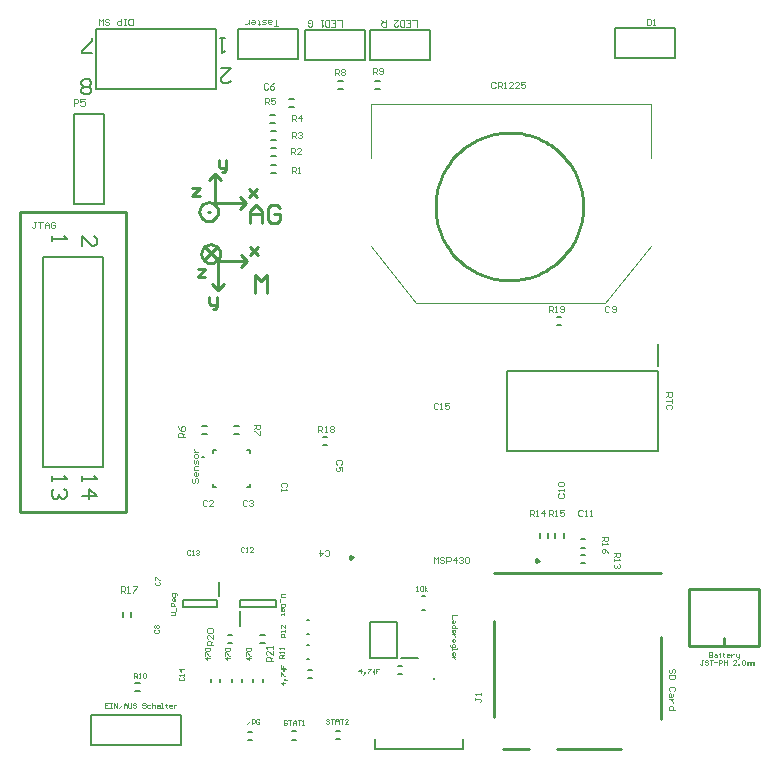
<source format=gto>
G04*
G04 #@! TF.GenerationSoftware,Altium Limited,Altium Designer,19.0.14 (431)*
G04*
G04 Layer_Color=65535*
%FSLAX25Y25*%
%MOIN*%
G70*
G01*
G75*
%ADD10C,0.01000*%
%ADD11C,0.00984*%
%ADD12C,0.00787*%
%ADD13C,0.00787*%
%ADD14C,0.00394*%
%ADD15C,0.00500*%
%ADD16C,0.00492*%
%ADD17C,0.00800*%
D10*
X76378Y168504D02*
X76224Y169477D01*
X75776Y170355D01*
X75080Y171052D01*
X74202Y171499D01*
X73228Y171653D01*
X72255Y171499D01*
X71377Y171052D01*
X70680Y170355D01*
X70233Y169477D01*
X70079Y168504D01*
X70233Y167531D01*
X70680Y166653D01*
X71377Y165956D01*
X72255Y165508D01*
X73228Y165354D01*
X74202Y165508D01*
X75080Y165956D01*
X75776Y166653D01*
X76224Y167531D01*
X76378Y168504D01*
X73032Y182559D02*
X72244D01*
X73032D01*
X75787D02*
X75633Y183532D01*
X75186Y184410D01*
X74489Y185107D01*
X73611Y185555D01*
X72638Y185709D01*
X71665Y185555D01*
X70786Y185107D01*
X70090Y184410D01*
X69642Y183532D01*
X69488Y182559D01*
X69642Y181586D01*
X70090Y180708D01*
X70786Y180011D01*
X71665Y179564D01*
X72638Y179409D01*
X73611Y179564D01*
X74489Y180011D01*
X75186Y180708D01*
X75633Y181586D01*
X75787Y182559D01*
X197441Y184252D02*
X197421Y185249D01*
X197360Y186245D01*
X197259Y187237D01*
X197118Y188224D01*
X196937Y189205D01*
X196717Y190178D01*
X196457Y191141D01*
X196158Y192093D01*
X195821Y193031D01*
X195447Y193956D01*
X195035Y194864D01*
X194587Y195755D01*
X194103Y196627D01*
X193584Y197479D01*
X193031Y198309D01*
X192444Y199116D01*
X191826Y199898D01*
X191176Y200655D01*
X190496Y201385D01*
X189788Y202086D01*
X189051Y202759D01*
X188288Y203401D01*
X187499Y204011D01*
X186686Y204589D01*
X185851Y205134D01*
X184994Y205644D01*
X184117Y206119D01*
X183221Y206559D01*
X182309Y206961D01*
X181380Y207327D01*
X180438Y207654D01*
X179484Y207943D01*
X178518Y208193D01*
X177543Y208403D01*
X176561Y208575D01*
X175572Y208705D01*
X174579Y208796D01*
X173583Y208847D01*
X172585Y208857D01*
X171588Y208827D01*
X170594Y208756D01*
X169602Y208645D01*
X168616Y208494D01*
X167637Y208303D01*
X166667Y208073D01*
X165707Y207803D01*
X164758Y207495D01*
X163823Y207149D01*
X162902Y206765D01*
X161998Y206344D01*
X161112Y205886D01*
X160245Y205394D01*
X159398Y204866D01*
X158574Y204304D01*
X157773Y203710D01*
X156997Y203084D01*
X156247Y202426D01*
X155524Y201739D01*
X154829Y201023D01*
X154164Y200280D01*
X153530Y199510D01*
X152928Y198715D01*
X152358Y197897D01*
X151822Y197055D01*
X151320Y196194D01*
X150854Y195312D01*
X150424Y194412D01*
X150031Y193495D01*
X149675Y192564D01*
X149357Y191618D01*
X149078Y190661D01*
X148837Y189693D01*
X148637Y188716D01*
X148476Y187731D01*
X148355Y186741D01*
X148274Y185747D01*
X148233Y184751D01*
Y183753D01*
X148274Y182757D01*
X148355Y181763D01*
X148476Y180772D01*
X148637Y179788D01*
X148837Y178811D01*
X149078Y177843D01*
X149357Y176886D01*
X149675Y175940D01*
X150031Y175008D01*
X150424Y174092D01*
X150854Y173192D01*
X151320Y172310D01*
X151822Y171448D01*
X152358Y170607D01*
X152928Y169789D01*
X153530Y168994D01*
X154165Y168224D01*
X154829Y167481D01*
X155524Y166765D01*
X156247Y166077D01*
X156997Y165420D01*
X157773Y164794D01*
X158574Y164199D01*
X159398Y163638D01*
X160245Y163110D01*
X161112Y162618D01*
X161998Y162160D01*
X162902Y161739D01*
X163823Y161355D01*
X164758Y161009D01*
X165707Y160701D01*
X166667Y160431D01*
X167638Y160201D01*
X168616Y160010D01*
X169602Y159859D01*
X170594Y159748D01*
X171588Y159677D01*
X172585Y159647D01*
X173583Y159657D01*
X174579Y159708D01*
X175572Y159798D01*
X176561Y159929D01*
X177543Y160100D01*
X178518Y160311D01*
X179484Y160561D01*
X180438Y160850D01*
X181381Y161177D01*
X182309Y161543D01*
X183221Y161945D01*
X184117Y162384D01*
X184994Y162860D01*
X185851Y163370D01*
X186686Y163915D01*
X187499Y164493D01*
X188288Y165103D01*
X189051Y165745D01*
X189788Y166418D01*
X190496Y167119D01*
X191176Y167849D01*
X191826Y168606D01*
X192444Y169388D01*
X193031Y170195D01*
X193584Y171025D01*
X194103Y171877D01*
X194587Y172749D01*
X195035Y173640D01*
X195447Y174548D01*
X195821Y175473D01*
X196158Y176411D01*
X196457Y177363D01*
X196717Y178326D01*
X196937Y179299D01*
X197118Y180280D01*
X197259Y181267D01*
X197360Y182259D01*
X197421Y183255D01*
X197441Y184252D01*
X182587Y66209D02*
X181760Y66686D01*
Y65731D01*
X182587Y66209D01*
X232579Y37697D02*
Y56595D01*
X256201Y37697D02*
Y56595D01*
X232579D02*
X256201D01*
X232579Y37697D02*
X256201D01*
X244390D02*
Y40453D01*
X71153Y166535D02*
X75090Y170472D01*
X71260Y170669D02*
X75590Y166339D01*
Y166142D02*
Y166339D01*
X74697Y194961D02*
X76665Y192992D01*
X74697Y192008D02*
Y194961D01*
X72728Y192992D02*
X74697Y194961D01*
Y185406D02*
Y192008D01*
X83071Y183465D02*
X85039Y185433D01*
X83071Y187402D02*
X85039Y185433D01*
X74957D02*
X85039D01*
X75590Y166142D02*
X85433D01*
X83465Y168110D02*
X85433Y166142D01*
X83465Y164173D02*
X85433Y166142D01*
X75590Y159252D02*
Y166142D01*
Y156299D02*
X77559Y158268D01*
X75590Y156299D02*
Y159252D01*
X73622Y158268D02*
X75590Y156299D01*
X9728Y82398D02*
Y182398D01*
X167539Y62205D02*
X223209D01*
X167539Y14043D02*
Y45992D01*
X223209Y13429D02*
Y40740D01*
X188862Y3347D02*
X209957D01*
X170571D02*
X179409D01*
X45161Y82398D02*
Y182398D01*
X9728D02*
X45161D01*
X9728Y82398D02*
X45161D01*
X86417Y178622D02*
Y182621D01*
X88417Y184620D01*
X90416Y182621D01*
Y178622D01*
Y181621D01*
X86417D01*
X96414Y183620D02*
X95414Y184620D01*
X93415D01*
X92415Y183620D01*
Y179622D01*
X93415Y178622D01*
X95414D01*
X96414Y179622D01*
Y181621D01*
X94415D01*
X75878Y199750D02*
Y197782D01*
X76534Y197126D01*
X78502D01*
Y196470D01*
X77846Y195814D01*
X77190D01*
X78502Y197126D02*
Y199750D01*
X67126Y190301D02*
X69750D01*
X67126Y187677D01*
X69750D01*
X86024Y190025D02*
X88647Y187402D01*
X87335Y188714D01*
X88647Y190025D01*
X86024Y187402D01*
X88189Y155512D02*
Y161510D01*
X90188Y159511D01*
X92188Y161510D01*
Y155512D01*
X86417Y170734D02*
X89041Y168110D01*
X87729Y169422D01*
X89041Y170734D01*
X86417Y168110D01*
X68898Y163254D02*
X71522D01*
X68898Y160630D01*
X71522D01*
X72638Y154080D02*
Y152113D01*
X73294Y151457D01*
X75262D01*
Y150801D01*
X74606Y150145D01*
X73950D01*
X75262Y151457D02*
Y154080D01*
D11*
X120571Y67303D02*
X119833Y67729D01*
Y66877D01*
X120571Y67303D01*
D12*
X71153Y100787D02*
X70366D01*
X71153D01*
X78937Y38780D02*
X80512D01*
X78937Y41535D02*
X80512D01*
X89650Y41437D02*
X91224D01*
X89650Y38681D02*
X91224D01*
X208130Y233583D02*
Y243583D01*
X228130D01*
Y233583D02*
Y243583D01*
X208130Y233583D02*
X228130D01*
X43996Y47343D02*
Y48917D01*
X46752Y47343D02*
Y48917D01*
X188583Y147441D02*
X190157D01*
X188583Y144685D02*
X190157D01*
X93201Y214862D02*
X94776D01*
X93201Y212106D02*
X94776D01*
X93307Y209252D02*
X94882D01*
X93307Y206496D02*
X94882D01*
X93307Y198228D02*
X94882D01*
X93307Y195472D02*
X94882D01*
X93307Y200984D02*
X94882D01*
X93307Y203740D02*
X94882D01*
X115748Y223425D02*
X117323D01*
X115748Y226181D02*
X117323D01*
X124638Y233189D02*
Y243189D01*
X104638Y233189D02*
X124638D01*
X104638D02*
Y243189D01*
X124638D01*
X222264Y130905D02*
Y138484D01*
X171909Y129528D02*
X222303D01*
X171909Y102756D02*
Y129528D01*
Y102756D02*
X222303D01*
Y129528D01*
X110630Y104724D02*
X112205D01*
X110630Y107480D02*
X112205D01*
X80996Y111004D02*
X82571D01*
X80996Y108248D02*
X82571D01*
X70366Y108248D02*
X71941D01*
X70366Y111004D02*
X71941D01*
X99461Y220087D02*
X101035D01*
X99461Y217331D02*
X101035D01*
X35000Y223346D02*
Y243347D01*
X75000Y223346D02*
Y243347D01*
X35000Y223346D02*
X75000D01*
X35000Y243347D02*
X75000D01*
X82402Y233347D02*
X102402D01*
Y243347D01*
X82402D02*
X102402D01*
X82402Y233347D02*
Y243347D01*
X126496Y243189D02*
X146496D01*
X126496Y233189D02*
Y243189D01*
Y233189D02*
X146496D01*
Y243189D01*
X188150Y73839D02*
Y75413D01*
X190905Y73839D02*
Y75413D01*
X185787Y73839D02*
Y75413D01*
X183031Y73839D02*
Y75413D01*
X196614Y68130D02*
X198189D01*
X196614Y65374D02*
X198189D01*
X196614Y70492D02*
X198189D01*
X196614Y73248D02*
X198189D01*
X83161Y50795D02*
Y52961D01*
X94972D01*
Y50795D02*
Y52961D01*
X83161Y50795D02*
X94972D01*
X83161Y44496D02*
Y49417D01*
X75484Y50697D02*
Y53059D01*
X64067Y50697D02*
X75484D01*
X64067D02*
Y53059D01*
X75484D01*
X76075Y54437D02*
Y59161D01*
X105209Y46366D02*
X105996D01*
X105209Y41642D02*
X105996D01*
X105209Y33374D02*
X105996D01*
X105209Y38098D02*
X105996D01*
X105799Y26958D02*
X106980D01*
X105799Y29714D02*
X106980D01*
X87492Y25894D02*
Y26681D01*
X90642Y25894D02*
Y26681D01*
X80405Y25894D02*
Y26681D01*
X83555Y25894D02*
Y26681D01*
X73319Y25894D02*
Y26681D01*
X76468Y25894D02*
Y26681D01*
X33366Y14842D02*
X63366D01*
X33366Y4843D02*
Y14842D01*
Y4843D02*
X63366D01*
Y14842D01*
X48122Y22744D02*
X49697D01*
X48122Y25500D02*
X49697D01*
X143791Y54535D02*
X144579D01*
X143791Y49811D02*
X144579D01*
X126272Y33768D02*
X135327D01*
X126272D02*
Y45579D01*
X135327D01*
Y33768D02*
Y45579D01*
X136705Y33768D02*
X142217D01*
X135721Y28453D02*
X136902D01*
X135721Y31209D02*
X136902D01*
X127953Y3248D02*
X157480D01*
X127953D02*
Y6693D01*
X157480Y3248D02*
Y6693D01*
X85827Y6398D02*
X87008D01*
X85827Y9154D02*
X87008D01*
X100492Y6496D02*
X101673D01*
X100492Y9252D02*
X101673D01*
X115059Y6594D02*
X116240D01*
X115059Y9350D02*
X116240D01*
X128150Y226181D02*
X129724D01*
X128150Y223425D02*
X129724D01*
X17327Y97398D02*
Y167398D01*
X37327Y97398D02*
Y167398D01*
X17327D02*
X37327D01*
X17327Y97398D02*
X37327D01*
X37677Y185000D02*
Y215000D01*
X27677D02*
X37677D01*
X27677Y185000D02*
Y215000D01*
Y185000D02*
X37677D01*
D13*
X147784Y26835D02*
D03*
D14*
X204724Y152165D02*
X219882Y171063D01*
X141732Y152165D02*
X204724D01*
X126575Y171063D02*
X141732Y152165D01*
X219882Y200394D02*
Y218307D01*
X126575D02*
X219882D01*
X126575Y200394D02*
Y218307D01*
X237467Y33070D02*
X236942D01*
X237205D01*
Y31758D01*
X236942Y31496D01*
X236680D01*
X236417Y31758D01*
X239041Y32808D02*
X238779Y33070D01*
X238254D01*
X237992Y32808D01*
Y32546D01*
X238254Y32283D01*
X238779D01*
X239041Y32021D01*
Y31758D01*
X238779Y31496D01*
X238254D01*
X237992Y31758D01*
X239566Y33070D02*
X240615D01*
X240091D01*
Y31496D01*
X241140Y32283D02*
X242190D01*
X242715Y31496D02*
Y33070D01*
X243502D01*
X243764Y32808D01*
Y32283D01*
X243502Y32021D01*
X242715D01*
X244289Y33070D02*
Y31496D01*
Y32283D01*
X245338D01*
Y33070D01*
Y31496D01*
X248487D02*
X247437D01*
X248487Y32546D01*
Y32808D01*
X248224Y33070D01*
X247700D01*
X247437Y32808D01*
X249012Y31496D02*
Y31758D01*
X249274D01*
Y31496D01*
X249012D01*
X250324Y32808D02*
X250586Y33070D01*
X251111D01*
X251373Y32808D01*
Y31758D01*
X251111Y31496D01*
X250586D01*
X250324Y31758D01*
Y32808D01*
X251898Y31496D02*
Y32546D01*
X252160D01*
X252423Y32283D01*
Y31496D01*
Y32283D01*
X252685Y32546D01*
X252947Y32283D01*
Y31496D01*
X253472D02*
Y32546D01*
X253734D01*
X253997Y32283D01*
Y31496D01*
Y32283D01*
X254259Y32546D01*
X254522Y32283D01*
Y31496D01*
X62952Y27337D02*
X62690Y27075D01*
Y26550D01*
X62952Y26287D01*
X64001D01*
X64264Y26550D01*
Y27075D01*
X64001Y27337D01*
X64264Y27862D02*
Y28387D01*
Y28124D01*
X62690D01*
X62952Y27862D01*
X64264Y29961D02*
X62690D01*
X63477Y29174D01*
Y30223D01*
X54594Y43176D02*
X54331Y42913D01*
Y42388D01*
X54594Y42126D01*
X55643D01*
X55905Y42388D01*
Y42913D01*
X55643Y43176D01*
X54594Y43700D02*
X54331Y43963D01*
Y44487D01*
X54594Y44750D01*
X54856D01*
X55118Y44487D01*
X55381Y44750D01*
X55643D01*
X55905Y44487D01*
Y43963D01*
X55643Y43700D01*
X55381D01*
X55118Y43963D01*
X54856Y43700D01*
X54594D01*
X55118Y43963D02*
Y44487D01*
X54987Y59101D02*
X54725Y58838D01*
Y58314D01*
X54987Y58051D01*
X56037D01*
X56299Y58314D01*
Y58838D01*
X56037Y59101D01*
X54725Y59626D02*
Y60675D01*
X54987D01*
X56037Y59626D01*
X56299D01*
X72925Y33768D02*
X71351D01*
X72138Y32980D01*
Y34030D01*
X71351Y34555D02*
Y35604D01*
X71613D01*
X72663Y34555D01*
X72925D01*
X71613Y36129D02*
X71351Y36391D01*
Y36916D01*
X71613Y37178D01*
X72663D01*
X72925Y36916D01*
Y36391D01*
X72663Y36129D01*
X71613D01*
X86705Y33768D02*
X85130D01*
X85918Y32980D01*
Y34030D01*
X85130Y34555D02*
Y35604D01*
X85393D01*
X86442Y34555D01*
X86705D01*
X85393Y36129D02*
X85130Y36391D01*
Y36916D01*
X85393Y37178D01*
X86442D01*
X86705Y36916D01*
Y36391D01*
X86442Y36129D01*
X85393D01*
X112762Y13171D02*
X112500Y13433D01*
X111975D01*
X111713Y13171D01*
Y12908D01*
X111975Y12646D01*
X112500D01*
X112762Y12383D01*
Y12121D01*
X112500Y11859D01*
X111975D01*
X111713Y12121D01*
X113287Y13433D02*
X114336D01*
X113812D01*
Y11859D01*
X114861D02*
Y12908D01*
X115386Y13433D01*
X115911Y12908D01*
Y11859D01*
Y12646D01*
X114861D01*
X116436Y13433D02*
X117485D01*
X116960D01*
Y11859D01*
X119059D02*
X118010D01*
X119059Y12908D01*
Y13171D01*
X118797Y13433D01*
X118272D01*
X118010Y13171D01*
X98589Y12704D02*
X98326Y12966D01*
X97802D01*
X97539Y12704D01*
Y12442D01*
X97802Y12179D01*
X98326D01*
X98589Y11917D01*
Y11654D01*
X98326Y11392D01*
X97802D01*
X97539Y11654D01*
X99114Y12966D02*
X100163D01*
X99638D01*
Y11392D01*
X100688D02*
Y12442D01*
X101213Y12966D01*
X101737Y12442D01*
Y11392D01*
Y12179D01*
X100688D01*
X102262Y12966D02*
X103312D01*
X102787D01*
Y11392D01*
X103837D02*
X104361D01*
X104099D01*
Y12966D01*
X103837Y12704D01*
X79618Y33768D02*
X78044D01*
X78831Y32980D01*
Y34030D01*
X78044Y34555D02*
Y35604D01*
X78306D01*
X79356Y34555D01*
X79618D01*
X78306Y36129D02*
X78044Y36391D01*
Y36916D01*
X78306Y37178D01*
X79356D01*
X79618Y36916D01*
Y36391D01*
X79356Y36129D01*
X78306D01*
X141831Y56201D02*
X142356D01*
X142093D01*
Y57775D01*
X141831Y57513D01*
X143143D02*
X143405Y57775D01*
X143930D01*
X144192Y57513D01*
Y56463D01*
X143930Y56201D01*
X143405D01*
X143143Y56463D01*
Y57513D01*
X144717Y56201D02*
Y57775D01*
Y56726D02*
X145504Y57250D01*
X144717Y56726D02*
X145504Y56201D01*
X98122Y25500D02*
X96548D01*
X97335Y24713D01*
Y25762D01*
X98384Y26549D02*
X98122Y26812D01*
X97860D01*
Y26549D01*
X98122D01*
Y26812D01*
X98384Y26549D01*
X98647Y26287D01*
X96548Y27861D02*
Y28911D01*
X96810D01*
X97860Y27861D01*
X98122D01*
X97335Y29436D02*
Y29960D01*
X97597Y29436D02*
Y29960D01*
X96548D02*
X98384D01*
X96548Y31534D02*
Y30485D01*
X97335D01*
Y31010D01*
Y30485D01*
X98122D01*
X123319Y28650D02*
Y30224D01*
X122531Y29437D01*
X123581D01*
X124368Y28387D02*
X124630Y28650D01*
Y28912D01*
X124368D01*
Y28650D01*
X124630D01*
X124368Y28387D01*
X124106Y28125D01*
X125680Y30224D02*
X126730D01*
Y29961D01*
X125680Y28912D01*
Y28650D01*
X127254Y29437D02*
X127779D01*
X127254Y29174D02*
X127779D01*
Y30224D02*
Y28387D01*
X129353Y30224D02*
X128304D01*
Y29437D01*
X128829D01*
X128304D01*
Y28650D01*
X85335Y11713D02*
X86384Y12762D01*
X86909Y11713D02*
Y13287D01*
X87696D01*
X87959Y13025D01*
Y12500D01*
X87696Y12237D01*
X86909D01*
X89533Y13025D02*
X89270Y13287D01*
X88746D01*
X88483Y13025D01*
Y11975D01*
X88746Y11713D01*
X89270D01*
X89533Y11975D01*
Y12500D01*
X89008D01*
X59934Y47941D02*
X61246D01*
X61508Y48203D01*
Y48728D01*
X61246Y48990D01*
X59934D01*
X61770Y49515D02*
Y50565D01*
X61508Y51090D02*
X59934D01*
Y51877D01*
X60196Y52139D01*
X60721D01*
X60983Y51877D01*
Y51090D01*
Y51614D02*
X61508Y52139D01*
Y53451D02*
Y52926D01*
X61246Y52664D01*
X60721D01*
X60458Y52926D01*
Y53451D01*
X60721Y53713D01*
X60983D01*
Y52664D01*
X62033Y54763D02*
Y55025D01*
X61770Y55288D01*
X60458D01*
Y54501D01*
X60721Y54238D01*
X61246D01*
X61508Y54501D01*
Y55288D01*
X98122Y40854D02*
X96548D01*
Y41642D01*
X96810Y41904D01*
X97335D01*
X97597Y41642D01*
Y40854D01*
Y41379D02*
X98122Y41904D01*
Y42429D02*
Y42953D01*
Y42691D01*
X96548D01*
X96810Y42429D01*
X98122Y44790D02*
Y43740D01*
X97072Y44790D01*
X96810D01*
X96548Y44528D01*
Y44003D01*
X96810Y43740D01*
X97728Y33768D02*
X96154D01*
Y34555D01*
X96416Y34817D01*
X96941D01*
X97204Y34555D01*
Y33768D01*
Y34293D02*
X97728Y34817D01*
Y35342D02*
Y35867D01*
Y35604D01*
X96154D01*
X96416Y35342D01*
X97728Y36654D02*
Y37179D01*
Y36916D01*
X96154D01*
X96416Y36654D01*
X47728Y27075D02*
Y28649D01*
X48515D01*
X48778Y28387D01*
Y27862D01*
X48515Y27600D01*
X47728D01*
X48253D02*
X48778Y27075D01*
X49303D02*
X49827D01*
X49565D01*
Y28649D01*
X49303Y28387D01*
X50615D02*
X50877Y28649D01*
X51402D01*
X51664Y28387D01*
Y27337D01*
X51402Y27075D01*
X50877D01*
X50615Y27337D01*
Y28387D01*
X39239Y18700D02*
X38189D01*
Y17126D01*
X39239D01*
X38189Y17913D02*
X38714D01*
X39763Y18700D02*
X40288D01*
X40026D01*
Y17126D01*
X39763D01*
X40288D01*
X41075D02*
Y18700D01*
X42125Y17126D01*
Y18700D01*
X42649Y17126D02*
X43699Y18176D01*
X44224Y17126D02*
Y18176D01*
X44748Y18700D01*
X45273Y18176D01*
Y17126D01*
Y17913D01*
X44224D01*
X45798Y18700D02*
Y17388D01*
X46060Y17126D01*
X46585D01*
X46848Y17388D01*
Y18700D01*
X48422Y18438D02*
X48160Y18700D01*
X47635D01*
X47372Y18438D01*
Y18176D01*
X47635Y17913D01*
X48160D01*
X48422Y17651D01*
Y17388D01*
X48160Y17126D01*
X47635D01*
X47372Y17388D01*
X51570Y18438D02*
X51308Y18700D01*
X50783D01*
X50521Y18438D01*
Y18176D01*
X50783Y17913D01*
X51308D01*
X51570Y17651D01*
Y17388D01*
X51308Y17126D01*
X50783D01*
X50521Y17388D01*
X53145Y18176D02*
X52358D01*
X52095Y17913D01*
Y17388D01*
X52358Y17126D01*
X53145D01*
X53670Y18700D02*
Y17126D01*
Y17913D01*
X53932Y18176D01*
X54457D01*
X54719Y17913D01*
Y17126D01*
X55506Y18176D02*
X56031D01*
X56293Y17913D01*
Y17126D01*
X55506D01*
X55244Y17388D01*
X55506Y17651D01*
X56293D01*
X56818Y17126D02*
X57343D01*
X57081D01*
Y18700D01*
X56818D01*
X58392Y18438D02*
Y18176D01*
X58130D01*
X58655D01*
X58392D01*
Y17388D01*
X58655Y17126D01*
X60229D02*
X59704D01*
X59442Y17388D01*
Y17913D01*
X59704Y18176D01*
X60229D01*
X60491Y17913D01*
Y17651D01*
X59442D01*
X61016Y18176D02*
Y17126D01*
Y17651D01*
X61279Y17913D01*
X61541Y18176D01*
X61803D01*
X239469Y35629D02*
Y34055D01*
X240256D01*
X240518Y34317D01*
Y34580D01*
X240256Y34842D01*
X239469D01*
X240256D01*
X240518Y35105D01*
Y35367D01*
X240256Y35629D01*
X239469D01*
X241305Y35105D02*
X241830D01*
X242092Y34842D01*
Y34055D01*
X241305D01*
X241043Y34317D01*
X241305Y34580D01*
X242092D01*
X242880Y35367D02*
Y35105D01*
X242617D01*
X243142D01*
X242880D01*
Y34317D01*
X243142Y34055D01*
X244191Y35367D02*
Y35105D01*
X243929D01*
X244454D01*
X244191D01*
Y34317D01*
X244454Y34055D01*
X246028D02*
X245503D01*
X245241Y34317D01*
Y34842D01*
X245503Y35105D01*
X246028D01*
X246290Y34842D01*
Y34580D01*
X245241D01*
X246815Y35105D02*
Y34055D01*
Y34580D01*
X247078Y34842D01*
X247340Y35105D01*
X247602D01*
X248390D02*
Y34317D01*
X248652Y34055D01*
X249439D01*
Y33793D01*
X249177Y33530D01*
X248914D01*
X249439Y34055D02*
Y35105D01*
X98122Y55028D02*
X96810D01*
X96547Y54765D01*
Y54240D01*
X96810Y53978D01*
X98122D01*
X96285Y53453D02*
Y52404D01*
X98122Y51879D02*
X96547D01*
Y51092D01*
X96810Y50829D01*
X97859D01*
X98122Y51092D01*
Y51879D01*
X96547Y49518D02*
Y50042D01*
X96810Y50305D01*
X97334D01*
X97597Y50042D01*
Y49518D01*
X97334Y49255D01*
X97072D01*
Y50305D01*
X97859Y48468D02*
X97597D01*
Y48730D01*
Y48206D01*
Y48468D01*
X96810D01*
X96547Y48206D01*
X155208Y47941D02*
X153634D01*
Y46891D01*
X154683Y46104D02*
Y45579D01*
X154421Y45317D01*
X153634D01*
Y46104D01*
X153896Y46367D01*
X154159Y46104D01*
Y45317D01*
X155208Y43743D02*
X153634D01*
Y44530D01*
X153896Y44792D01*
X154421D01*
X154683Y44530D01*
Y43743D01*
X153634Y42431D02*
Y42956D01*
X153896Y43218D01*
X154421D01*
X154683Y42956D01*
Y42431D01*
X154421Y42169D01*
X154159D01*
Y43218D01*
X154683Y41644D02*
X153634D01*
X154159D01*
X154421Y41381D01*
X154683Y41119D01*
Y40857D01*
X153634Y39282D02*
Y39807D01*
X153896Y40069D01*
X154421D01*
X154683Y39807D01*
Y39282D01*
X154421Y39020D01*
X154159D01*
Y40069D01*
X153109Y37970D02*
Y37708D01*
X153372Y37446D01*
X154683D01*
Y38233D01*
X154421Y38495D01*
X153896D01*
X153634Y38233D01*
Y37446D01*
Y36921D02*
Y36396D01*
Y36658D01*
X155208D01*
Y36921D01*
X153634Y34822D02*
Y35347D01*
X153896Y35609D01*
X154421D01*
X154683Y35347D01*
Y34822D01*
X154421Y34560D01*
X154159D01*
Y35609D01*
X154683Y34035D02*
X153634D01*
X154159D01*
X154421Y33772D01*
X154683Y33510D01*
Y33248D01*
X66494Y69332D02*
X66232Y69594D01*
X65707D01*
X65445Y69332D01*
Y68282D01*
X65707Y68020D01*
X66232D01*
X66494Y68282D01*
X67019Y68020D02*
X67544D01*
X67282D01*
Y69594D01*
X67019Y69332D01*
X68331D02*
X68594Y69594D01*
X69118D01*
X69381Y69332D01*
Y69069D01*
X69118Y68807D01*
X68856D01*
X69118D01*
X69381Y68544D01*
Y68282D01*
X69118Y68020D01*
X68594D01*
X68331Y68282D01*
X84435Y70496D02*
X84172Y70758D01*
X83647D01*
X83385Y70496D01*
Y69447D01*
X83647Y69184D01*
X84172D01*
X84435Y69447D01*
X84959Y69184D02*
X85484D01*
X85222D01*
Y70758D01*
X84959Y70496D01*
X87321Y69184D02*
X86271D01*
X87321Y70234D01*
Y70496D01*
X87058Y70758D01*
X86534D01*
X86271Y70496D01*
D15*
X74106Y102953D02*
X75090D01*
X74106Y101969D02*
Y102953D01*
X85327D02*
X86311D01*
Y101969D02*
Y102953D01*
Y90748D02*
Y91732D01*
X85327Y90748D02*
X86311D01*
X74106D02*
Y91732D01*
Y90748D02*
X75090D01*
D16*
X74114Y38098D02*
X72052D01*
Y39130D01*
X72396Y39473D01*
X73083D01*
X73427Y39130D01*
Y38098D01*
Y38786D02*
X74114Y39473D01*
Y41536D02*
Y40161D01*
X72739Y41536D01*
X72396D01*
X72052Y41192D01*
Y40505D01*
X72396Y40161D01*
Y42223D02*
X72052Y42567D01*
Y43254D01*
X72396Y43598D01*
X73770D01*
X74114Y43254D01*
Y42567D01*
X73770Y42223D01*
X72396D01*
X93898Y32776D02*
X91835D01*
Y33807D01*
X92179Y34150D01*
X92866D01*
X93210Y33807D01*
Y32776D01*
Y33463D02*
X93898Y34150D01*
Y36213D02*
Y34838D01*
X92523Y36213D01*
X92179D01*
X91835Y35869D01*
Y35182D01*
X92179Y34838D01*
X93898Y36900D02*
Y37588D01*
Y37244D01*
X91835D01*
X92179Y36900D01*
X218701Y246747D02*
Y244685D01*
X219732D01*
X220076Y245029D01*
Y246404D01*
X219732Y246747D01*
X218701D01*
X220763Y244685D02*
X221451D01*
X221107D01*
Y246747D01*
X220763Y246404D01*
X43465Y55537D02*
Y57599D01*
X44496D01*
X44839Y57256D01*
Y56568D01*
X44496Y56225D01*
X43465D01*
X44152D02*
X44839Y55537D01*
X45527D02*
X46214D01*
X45871D01*
Y57599D01*
X45527Y57256D01*
X47245Y57599D02*
X48620D01*
Y57256D01*
X47245Y55881D01*
Y55537D01*
X186024Y149114D02*
Y151177D01*
X187055D01*
X187399Y150833D01*
Y150145D01*
X187055Y149802D01*
X186024D01*
X186711D02*
X187399Y149114D01*
X188086D02*
X188773D01*
X188430D01*
Y151177D01*
X188086Y150833D01*
X189804Y149458D02*
X190148Y149114D01*
X190836D01*
X191179Y149458D01*
Y150833D01*
X190836Y151177D01*
X190148D01*
X189804Y150833D01*
Y150489D01*
X190148Y150145D01*
X191179D01*
X148963Y118345D02*
X148619Y118688D01*
X147932D01*
X147588Y118345D01*
Y116970D01*
X147932Y116626D01*
X148619D01*
X148963Y116970D01*
X149651Y116626D02*
X150338D01*
X149994D01*
Y118688D01*
X149651Y118345D01*
X152744Y118688D02*
X151369D01*
Y117657D01*
X152057Y118001D01*
X152400D01*
X152744Y117657D01*
Y116970D01*
X152400Y116626D01*
X151713D01*
X151369Y116970D01*
X114724Y228157D02*
Y230220D01*
X115756D01*
X116099Y229876D01*
Y229189D01*
X115756Y228845D01*
X114724D01*
X115412D02*
X116099Y228157D01*
X116787Y229876D02*
X117130Y230220D01*
X117818D01*
X118162Y229876D01*
Y229532D01*
X117818Y229189D01*
X118162Y228845D01*
Y228501D01*
X117818Y228157D01*
X117130D01*
X116787Y228501D01*
Y228845D01*
X117130Y229189D01*
X116787Y229532D01*
Y229876D01*
X117130Y229189D02*
X117818D01*
X116882Y244237D02*
Y246299D01*
X115507D01*
X113445Y244237D02*
X114820D01*
Y246299D01*
X113445D01*
X114820Y245268D02*
X114132D01*
X112757Y244237D02*
Y246299D01*
X111726D01*
X111382Y245955D01*
Y244581D01*
X111726Y244237D01*
X112757D01*
X110695Y246299D02*
X110008D01*
X110351D01*
Y244237D01*
X110695Y244581D01*
X105539D02*
X105883Y244237D01*
X106570D01*
X106914Y244581D01*
Y245955D01*
X106570Y246299D01*
X105883D01*
X105539Y245955D01*
Y245268D01*
X106227D01*
X109153Y109153D02*
Y111216D01*
X110185D01*
X110528Y110872D01*
Y110185D01*
X110185Y109841D01*
X109153D01*
X109841D02*
X110528Y109153D01*
X111216D02*
X111903D01*
X111560D01*
Y111216D01*
X111216Y110872D01*
X112935D02*
X113278Y111216D01*
X113966D01*
X114309Y110872D01*
Y110528D01*
X113966Y110185D01*
X114309Y109841D01*
Y109497D01*
X113966Y109153D01*
X113278D01*
X112935Y109497D01*
Y109841D01*
X113278Y110185D01*
X112935Y110528D01*
Y110872D01*
X113278Y110185D02*
X113966D01*
X100000Y201682D02*
Y203744D01*
X101031D01*
X101375Y203400D01*
Y202713D01*
X101031Y202369D01*
X100000D01*
X100687D02*
X101375Y201682D01*
X103437D02*
X102062D01*
X103437Y203057D01*
Y203400D01*
X103094Y203744D01*
X102406D01*
X102062Y203400D01*
X161323Y20568D02*
Y19880D01*
Y20224D01*
X163042D01*
X163386Y19880D01*
Y19537D01*
X163042Y19193D01*
X163386Y21255D02*
Y21943D01*
Y21599D01*
X161323D01*
X161667Y21255D01*
X95866Y244394D02*
X94491D01*
X95179D01*
Y246457D01*
X93460Y245082D02*
X92773D01*
X92429Y245426D01*
Y246457D01*
X93460D01*
X93804Y246113D01*
X93460Y245769D01*
X92429D01*
X91742Y246457D02*
X90710D01*
X90367Y246113D01*
X90710Y245769D01*
X91398D01*
X91742Y245426D01*
X91398Y245082D01*
X90367D01*
X89336Y244738D02*
Y245082D01*
X89679D01*
X88992D01*
X89336D01*
Y246113D01*
X88992Y246457D01*
X86929D02*
X87617D01*
X87961Y246113D01*
Y245426D01*
X87617Y245082D01*
X86929D01*
X86586Y245426D01*
Y245769D01*
X87961D01*
X85898Y245082D02*
Y246457D01*
Y245769D01*
X85554Y245426D01*
X85211Y245082D01*
X84867D01*
X67474Y93599D02*
X67131Y93256D01*
Y92568D01*
X67474Y92224D01*
X67818D01*
X68162Y92568D01*
Y93256D01*
X68506Y93599D01*
X68849D01*
X69193Y93256D01*
Y92568D01*
X68849Y92224D01*
X69193Y95318D02*
Y94630D01*
X68849Y94287D01*
X68162D01*
X67818Y94630D01*
Y95318D01*
X68162Y95662D01*
X68506D01*
Y94287D01*
X69193Y96349D02*
X67818D01*
Y97380D01*
X68162Y97724D01*
X69193D01*
Y98411D02*
Y99442D01*
X68849Y99786D01*
X68506Y99442D01*
Y98755D01*
X68162Y98411D01*
X67818Y98755D01*
Y99786D01*
X69193Y100817D02*
Y101505D01*
X68849Y101849D01*
X68162D01*
X67818Y101505D01*
Y100817D01*
X68162Y100474D01*
X68849D01*
X69193Y100817D01*
X67818Y102536D02*
X69193D01*
X68506D01*
X68162Y102880D01*
X67818Y103224D01*
Y103567D01*
X227604Y28842D02*
X227948Y29185D01*
Y29873D01*
X227604Y30217D01*
X227261D01*
X226917Y29873D01*
Y29185D01*
X226573Y28842D01*
X226230D01*
X225886Y29185D01*
Y29873D01*
X226230Y30217D01*
X227948Y28154D02*
X225886D01*
Y27123D01*
X226230Y26779D01*
X227604D01*
X227948Y27123D01*
Y28154D01*
X227604Y22655D02*
X227948Y22998D01*
Y23686D01*
X227604Y24030D01*
X226230D01*
X225886Y23686D01*
Y22998D01*
X226230Y22655D01*
X227261Y21623D02*
Y20936D01*
X226917Y20592D01*
X225886D01*
Y21623D01*
X226230Y21967D01*
X226573Y21623D01*
Y20592D01*
X227261Y19905D02*
X225886D01*
X226573D01*
X226917Y19561D01*
X227261Y19218D01*
Y18874D01*
X227948Y16468D02*
X225886D01*
Y17499D01*
X226230Y17843D01*
X226917D01*
X227261Y17499D01*
Y16468D01*
X224902Y122244D02*
X226964D01*
Y121213D01*
X226620Y120869D01*
X225933D01*
X225589Y121213D01*
Y122244D01*
Y121557D02*
X224902Y120869D01*
X226964Y120182D02*
Y118807D01*
Y119494D01*
X224902D01*
X226620Y116745D02*
X226964Y117088D01*
Y117776D01*
X226620Y118120D01*
X225245D01*
X224902Y117776D01*
Y117088D01*
X225245Y116745D01*
X203543Y74016D02*
X205606D01*
Y72985D01*
X205262Y72641D01*
X204574D01*
X204231Y72985D01*
Y74016D01*
Y73328D02*
X203543Y72641D01*
Y71953D02*
Y71266D01*
Y71610D01*
X205606D01*
X205262Y71953D01*
X205606Y68860D02*
X205262Y69547D01*
X204574Y70235D01*
X203887D01*
X203543Y69891D01*
Y69204D01*
X203887Y68860D01*
X204231D01*
X204574Y69204D01*
Y70235D01*
X185984Y80925D02*
Y82987D01*
X187015D01*
X187359Y82644D01*
Y81956D01*
X187015Y81613D01*
X185984D01*
X186672D02*
X187359Y80925D01*
X188047D02*
X188734D01*
X188390D01*
Y82987D01*
X188047Y82644D01*
X191140Y82987D02*
X189765D01*
Y81956D01*
X190453Y82300D01*
X190796D01*
X191140Y81956D01*
Y81269D01*
X190796Y80925D01*
X190109D01*
X189765Y81269D01*
X179685Y80925D02*
Y82987D01*
X180716D01*
X181060Y82644D01*
Y81956D01*
X180716Y81613D01*
X179685D01*
X180373D02*
X181060Y80925D01*
X181747D02*
X182435D01*
X182091D01*
Y82987D01*
X181747Y82644D01*
X184497Y80925D02*
Y82987D01*
X183466Y81956D01*
X184841D01*
X207579Y68898D02*
X209641D01*
Y67866D01*
X209297Y67523D01*
X208610D01*
X208266Y67866D01*
Y68898D01*
Y68210D02*
X207579Y67523D01*
Y66835D02*
Y66148D01*
Y66492D01*
X209641D01*
X209297Y66835D01*
Y65117D02*
X209641Y64773D01*
Y64086D01*
X209297Y63742D01*
X208954D01*
X208610Y64086D01*
Y64429D01*
Y64086D01*
X208266Y63742D01*
X207923D01*
X207579Y64086D01*
Y64773D01*
X207923Y65117D01*
X127224Y228346D02*
Y230409D01*
X128256D01*
X128599Y230065D01*
Y229378D01*
X128256Y229034D01*
X127224D01*
X127912D02*
X128599Y228346D01*
X129287Y228690D02*
X129630Y228346D01*
X130318D01*
X130662Y228690D01*
Y230065D01*
X130318Y230409D01*
X129630D01*
X129287Y230065D01*
Y229721D01*
X129630Y229378D01*
X130662D01*
X87598Y111417D02*
X89661D01*
Y110386D01*
X89317Y110042D01*
X88630D01*
X88286Y110386D01*
Y111417D01*
Y110730D02*
X87598Y110042D01*
X89661Y109355D02*
Y107980D01*
X89317D01*
X87942Y109355D01*
X87598D01*
X64567Y107480D02*
X62505D01*
Y108511D01*
X62848Y108855D01*
X63536D01*
X63880Y108511D01*
Y107480D01*
Y108168D02*
X64567Y108855D01*
X62505Y110917D02*
X62848Y110230D01*
X63536Y109543D01*
X64223D01*
X64567Y109886D01*
Y110574D01*
X64223Y110917D01*
X63880D01*
X63536Y110574D01*
Y109543D01*
X91339Y218504D02*
Y220566D01*
X92370D01*
X92713Y220222D01*
Y219535D01*
X92370Y219191D01*
X91339D01*
X92026D02*
X92713Y218504D01*
X94776Y220566D02*
X93401D01*
Y219535D01*
X94088Y219879D01*
X94432D01*
X94776Y219535D01*
Y218848D01*
X94432Y218504D01*
X93745D01*
X93401Y218848D01*
X100394Y212598D02*
Y214661D01*
X101425D01*
X101769Y214317D01*
Y213630D01*
X101425Y213286D01*
X100394D01*
X101081D02*
X101769Y212598D01*
X103487D02*
Y214661D01*
X102456Y213630D01*
X103831D01*
X100394Y207087D02*
Y209149D01*
X101425D01*
X101769Y208805D01*
Y208118D01*
X101425Y207774D01*
X100394D01*
X101081D02*
X101769Y207087D01*
X102456Y208805D02*
X102800Y209149D01*
X103487D01*
X103831Y208805D01*
Y208461D01*
X103487Y208118D01*
X103144D01*
X103487D01*
X103831Y207774D01*
Y207430D01*
X103487Y207087D01*
X102800D01*
X102456Y207430D01*
X100394Y195472D02*
Y197535D01*
X101425D01*
X101769Y197191D01*
Y196504D01*
X101425Y196160D01*
X100394D01*
X101081D02*
X101769Y195472D01*
X102456D02*
X103144D01*
X102800D01*
Y197535D01*
X102456Y197191D01*
X27782Y217894D02*
Y219956D01*
X28813D01*
X29157Y219612D01*
Y218925D01*
X28813Y218581D01*
X27782D01*
X31219Y219956D02*
X29844D01*
Y218925D01*
X30532Y219269D01*
X30875D01*
X31219Y218925D01*
Y218237D01*
X30875Y217894D01*
X30188D01*
X29844Y218237D01*
X147736Y65256D02*
Y67318D01*
X148424Y66631D01*
X149111Y67318D01*
Y65256D01*
X151173Y66975D02*
X150830Y67318D01*
X150142D01*
X149799Y66975D01*
Y66631D01*
X150142Y66287D01*
X150830D01*
X151173Y65943D01*
Y65600D01*
X150830Y65256D01*
X150142D01*
X149799Y65600D01*
X151861Y65256D02*
Y67318D01*
X152892D01*
X153236Y66975D01*
Y66287D01*
X152892Y65943D01*
X151861D01*
X154954Y65256D02*
Y67318D01*
X153923Y66287D01*
X155298D01*
X155985Y66975D02*
X156329Y67318D01*
X157017D01*
X157360Y66975D01*
Y66631D01*
X157017Y66287D01*
X156673D01*
X157017D01*
X157360Y65943D01*
Y65600D01*
X157017Y65256D01*
X156329D01*
X155985Y65600D01*
X158048Y66975D02*
X158391Y67318D01*
X159079D01*
X159423Y66975D01*
Y65600D01*
X159079Y65256D01*
X158391D01*
X158048Y65600D01*
Y66975D01*
X141890Y244237D02*
Y246299D01*
X140515D01*
X138453Y244237D02*
X139827D01*
Y246299D01*
X138453D01*
X139827Y245268D02*
X139140D01*
X137765Y244237D02*
Y246299D01*
X136734D01*
X136390Y245955D01*
Y244581D01*
X136734Y244237D01*
X137765D01*
X134328Y246299D02*
X135703D01*
X134328Y244924D01*
Y244581D01*
X134672Y244237D01*
X135359D01*
X135703Y244581D01*
X131578Y246299D02*
Y244237D01*
X130547D01*
X130203Y244581D01*
Y245268D01*
X130547Y245612D01*
X131578D01*
X130891D02*
X130203Y246299D01*
X15154Y179228D02*
X14467D01*
X14811D01*
Y177509D01*
X14467Y177165D01*
X14123D01*
X13780Y177509D01*
X15842Y179228D02*
X17217D01*
X16529D01*
Y177165D01*
X17904D02*
Y178540D01*
X18592Y179228D01*
X19279Y178540D01*
Y177165D01*
Y178197D01*
X17904D01*
X21341Y178884D02*
X20998Y179228D01*
X20310D01*
X19966Y178884D01*
Y177509D01*
X20310Y177165D01*
X20998D01*
X21341Y177509D01*
Y178197D01*
X20654D01*
X47244Y244788D02*
Y246850D01*
X46213D01*
X45869Y246507D01*
Y245132D01*
X46213Y244788D01*
X47244D01*
X45182D02*
X44494D01*
X44838D01*
Y246850D01*
X45182D01*
X44494D01*
X43463D02*
Y244788D01*
X42432D01*
X42088Y245132D01*
Y245819D01*
X42432Y246163D01*
X43463D01*
X37964Y245132D02*
X38307Y244788D01*
X38995D01*
X39338Y245132D01*
Y245476D01*
X38995Y245819D01*
X38307D01*
X37964Y246163D01*
Y246507D01*
X38307Y246850D01*
X38995D01*
X39338Y246507D01*
X37276Y244788D02*
Y246850D01*
X36589Y246163D01*
X35901Y246850D01*
Y244788D01*
X168206Y225537D02*
X167862Y225881D01*
X167174D01*
X166831Y225537D01*
Y224163D01*
X167174Y223819D01*
X167862D01*
X168206Y224163D01*
X168893Y223819D02*
Y225881D01*
X169924D01*
X170268Y225537D01*
Y224850D01*
X169924Y224506D01*
X168893D01*
X169580D02*
X170268Y223819D01*
X170955D02*
X171643D01*
X171299D01*
Y225881D01*
X170955Y225537D01*
X174049Y223819D02*
X172674D01*
X174049Y225194D01*
Y225537D01*
X173705Y225881D01*
X173018D01*
X172674Y225537D01*
X176111Y223819D02*
X174736D01*
X176111Y225194D01*
Y225537D01*
X175767Y225881D01*
X175080D01*
X174736Y225537D01*
X178173Y225881D02*
X176799D01*
Y224850D01*
X177486Y225194D01*
X177830D01*
X178173Y224850D01*
Y224163D01*
X177830Y223819D01*
X177142D01*
X176799Y224163D01*
X197241Y82644D02*
X196897Y82987D01*
X196210D01*
X195866Y82644D01*
Y81269D01*
X196210Y80925D01*
X196897D01*
X197241Y81269D01*
X197929Y80925D02*
X198616D01*
X198272D01*
Y82987D01*
X197929Y82644D01*
X199647Y80925D02*
X200335D01*
X199991D01*
Y82987D01*
X199647Y82644D01*
X189325Y88580D02*
X188981Y88236D01*
Y87548D01*
X189325Y87205D01*
X190700D01*
X191043Y87548D01*
Y88236D01*
X190700Y88580D01*
X191043Y89267D02*
Y89955D01*
Y89611D01*
X188981D01*
X189325Y89267D01*
Y90986D02*
X188981Y91329D01*
Y92017D01*
X189325Y92361D01*
X190700D01*
X191043Y92017D01*
Y91329D01*
X190700Y90986D01*
X189325D01*
X206198Y150833D02*
X205854Y151177D01*
X205167D01*
X204823Y150833D01*
Y149458D01*
X205167Y149114D01*
X205854D01*
X206198Y149458D01*
X206885D02*
X207229Y149114D01*
X207916D01*
X208260Y149458D01*
Y150833D01*
X207916Y151177D01*
X207229D01*
X206885Y150833D01*
Y150489D01*
X207229Y150145D01*
X208260D01*
X92320Y224947D02*
X91976Y225291D01*
X91289D01*
X90945Y224947D01*
Y223572D01*
X91289Y223228D01*
X91976D01*
X92320Y223572D01*
X94382Y225291D02*
X93695Y224947D01*
X93007Y224259D01*
Y223572D01*
X93351Y223228D01*
X94038D01*
X94382Y223572D01*
Y223916D01*
X94038Y224259D01*
X93007D01*
X116778Y98231D02*
X117121Y98575D01*
Y99263D01*
X116778Y99606D01*
X115403D01*
X115059Y99263D01*
Y98575D01*
X115403Y98231D01*
X117121Y96169D02*
Y97544D01*
X116090D01*
X116434Y96856D01*
Y96513D01*
X116090Y96169D01*
X115403D01*
X115059Y96513D01*
Y97200D01*
X115403Y97544D01*
X111420Y68163D02*
X111764Y67820D01*
X112452D01*
X112795Y68163D01*
Y69538D01*
X112452Y69882D01*
X111764D01*
X111420Y69538D01*
X109702Y69882D02*
Y67820D01*
X110733Y68851D01*
X109358D01*
X85430Y86167D02*
X85086Y86511D01*
X84399D01*
X84055Y86167D01*
Y84793D01*
X84399Y84449D01*
X85086D01*
X85430Y84793D01*
X86117Y86167D02*
X86461Y86511D01*
X87149D01*
X87492Y86167D01*
Y85824D01*
X87149Y85480D01*
X86805D01*
X87149D01*
X87492Y85136D01*
Y84793D01*
X87149Y84449D01*
X86461D01*
X86117Y84793D01*
X72044Y86167D02*
X71701Y86511D01*
X71013D01*
X70669Y86167D01*
Y84793D01*
X71013Y84449D01*
X71701D01*
X72044Y84793D01*
X74107Y84449D02*
X72732D01*
X74107Y85824D01*
Y86167D01*
X73763Y86511D01*
X73075D01*
X72732Y86167D01*
X98372Y90850D02*
X98716Y91193D01*
Y91881D01*
X98372Y92224D01*
X96997D01*
X96653Y91881D01*
Y91193D01*
X96997Y90850D01*
X96653Y90162D02*
Y89475D01*
Y89818D01*
X98716D01*
X98372Y90162D01*
D17*
X33465Y222508D02*
X32631Y221675D01*
X30965D01*
X30132Y222508D01*
Y223341D01*
X30965Y224174D01*
X30132Y225007D01*
Y225840D01*
X30965Y226673D01*
X32631D01*
X33465Y225840D01*
Y225007D01*
X32631Y224174D01*
X33465Y223341D01*
Y222508D01*
X32631Y224174D02*
X30965D01*
X33760Y235356D02*
X30428D01*
Y236189D01*
X33760Y239521D01*
Y240354D01*
X78000Y240347D02*
X76334D01*
X77167D01*
Y235348D01*
X78000Y236181D01*
X76668Y230346D02*
X80000D01*
X76668Y227014D01*
Y226181D01*
X77501Y225348D01*
X79167D01*
X80000Y226181D01*
X20327Y94398D02*
Y92731D01*
Y93565D01*
X25325D01*
X24492Y94398D01*
Y90232D02*
X25325Y89399D01*
Y87733D01*
X24492Y86900D01*
X23659D01*
X22826Y87733D01*
Y88566D01*
Y87733D01*
X21993Y86900D01*
X21160D01*
X20327Y87733D01*
Y89399D01*
X21160Y90232D01*
X30327Y94398D02*
Y92731D01*
Y93565D01*
X35325D01*
X34492Y94398D01*
X30327Y87733D02*
X35325D01*
X32826Y90232D01*
Y86900D01*
X20327Y174398D02*
Y172731D01*
Y173565D01*
X25325D01*
X24492Y174398D01*
X30327Y171065D02*
Y174398D01*
X33659Y171065D01*
X34492D01*
X35325Y171898D01*
Y173565D01*
X34492Y174398D01*
M02*

</source>
